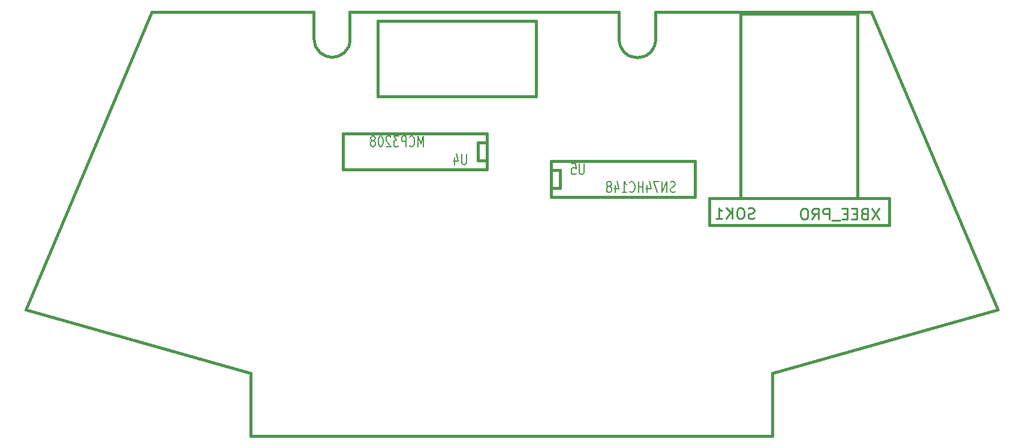
<source format=gbo>
G04 (created by PCBNEW-RS274X (20100406 SVN-R2508)-final) date 9/22/2010 8:11:36 PM*
G01*
G70*
G90*
%MOIN*%
G04 Gerber Fmt 3.4, Leading zero omitted, Abs format*
%FSLAX34Y34*%
G04 APERTURE LIST*
%ADD10C,0.006000*%
%ADD11C,0.015000*%
%ADD12C,0.010000*%
%ADD13C,0.007500*%
G04 APERTURE END LIST*
G54D10*
G54D11*
X47621Y-34111D02*
X62578Y-34111D01*
X64588Y-34111D02*
X65914Y-34111D01*
X65588Y-34110D02*
X67788Y-34110D01*
X36610Y-34110D02*
X45620Y-34110D01*
X45620Y-34110D02*
X45620Y-35610D01*
X45620Y-35610D02*
X45624Y-35697D01*
X45636Y-35783D01*
X45655Y-35868D01*
X45681Y-35952D01*
X45714Y-36032D01*
X45754Y-36109D01*
X45801Y-36183D01*
X45854Y-36252D01*
X45913Y-36317D01*
X45978Y-36376D01*
X46047Y-36429D01*
X46121Y-36476D01*
X46198Y-36516D01*
X46278Y-36549D01*
X46362Y-36575D01*
X46447Y-36594D01*
X46533Y-36606D01*
X46620Y-36610D01*
X46620Y-36610D02*
X46707Y-36606D01*
X46793Y-36594D01*
X46878Y-36575D01*
X46962Y-36549D01*
X47042Y-36516D01*
X47120Y-36476D01*
X47193Y-36429D01*
X47262Y-36376D01*
X47327Y-36317D01*
X47386Y-36252D01*
X47439Y-36183D01*
X47486Y-36109D01*
X47526Y-36032D01*
X47559Y-35952D01*
X47585Y-35868D01*
X47604Y-35783D01*
X47616Y-35697D01*
X47620Y-35610D01*
X47620Y-35610D02*
X47620Y-34110D01*
X62578Y-34110D02*
X62578Y-35610D01*
X62578Y-35630D02*
X62582Y-35717D01*
X62594Y-35803D01*
X62613Y-35888D01*
X62639Y-35972D01*
X62672Y-36052D01*
X62712Y-36129D01*
X62759Y-36203D01*
X62812Y-36272D01*
X62871Y-36337D01*
X62936Y-36396D01*
X63005Y-36449D01*
X63079Y-36496D01*
X63156Y-36536D01*
X63236Y-36569D01*
X63320Y-36595D01*
X63405Y-36614D01*
X63491Y-36626D01*
X63578Y-36630D01*
X63598Y-36630D02*
X63685Y-36626D01*
X63771Y-36614D01*
X63856Y-36595D01*
X63940Y-36569D01*
X64020Y-36536D01*
X64098Y-36496D01*
X64171Y-36449D01*
X64240Y-36396D01*
X64305Y-36337D01*
X64364Y-36272D01*
X64417Y-36203D01*
X64464Y-36129D01*
X64504Y-36052D01*
X64537Y-35972D01*
X64563Y-35888D01*
X64582Y-35803D01*
X64594Y-35717D01*
X64598Y-35630D01*
X64588Y-35629D02*
X64588Y-34129D01*
X67610Y-34110D02*
X76610Y-34110D01*
X76610Y-34110D02*
X83630Y-50690D01*
X83630Y-50690D02*
X71110Y-54210D01*
X71110Y-54210D02*
X71110Y-57710D01*
X71110Y-57710D02*
X42110Y-57710D01*
X42110Y-57710D02*
X42110Y-54210D01*
X42110Y-54210D02*
X29600Y-50690D01*
X29600Y-50690D02*
X36610Y-34110D01*
X69348Y-34215D02*
X75848Y-34215D01*
X75848Y-34215D02*
X75848Y-44465D01*
X69348Y-34215D02*
X69348Y-44465D01*
X67598Y-44465D02*
X67598Y-45965D01*
X67598Y-45965D02*
X77598Y-45965D01*
X77598Y-45965D02*
X77598Y-44465D01*
X70098Y-44465D02*
X67598Y-44465D01*
X70098Y-44465D02*
X77598Y-44465D01*
X66795Y-42415D02*
X58795Y-42415D01*
X58795Y-44415D02*
X66795Y-44415D01*
X58795Y-43915D02*
X59295Y-43915D01*
X59295Y-43915D02*
X59295Y-42915D01*
X59295Y-42915D02*
X58795Y-42915D01*
X66795Y-44415D02*
X66795Y-42415D01*
X58795Y-42415D02*
X58795Y-44415D01*
X47250Y-42870D02*
X55250Y-42870D01*
X55250Y-40870D02*
X47250Y-40870D01*
X55250Y-41370D02*
X54750Y-41370D01*
X54750Y-41370D02*
X54750Y-42370D01*
X54750Y-42370D02*
X55250Y-42370D01*
X47250Y-40870D02*
X47250Y-42870D01*
X55250Y-42870D02*
X55250Y-40870D01*
X57970Y-38823D02*
X49170Y-38823D01*
X49170Y-38823D02*
X49160Y-34623D01*
X49160Y-34623D02*
X57970Y-34623D01*
X57970Y-34623D02*
X57970Y-38823D01*
G54D12*
X70097Y-45588D02*
X70011Y-45617D01*
X69868Y-45617D01*
X69811Y-45588D01*
X69782Y-45560D01*
X69754Y-45503D01*
X69754Y-45445D01*
X69782Y-45388D01*
X69811Y-45360D01*
X69868Y-45331D01*
X69982Y-45303D01*
X70040Y-45274D01*
X70068Y-45245D01*
X70097Y-45188D01*
X70097Y-45131D01*
X70068Y-45074D01*
X70040Y-45045D01*
X69982Y-45017D01*
X69840Y-45017D01*
X69754Y-45045D01*
X69383Y-45017D02*
X69269Y-45017D01*
X69211Y-45045D01*
X69154Y-45103D01*
X69126Y-45217D01*
X69126Y-45417D01*
X69154Y-45531D01*
X69211Y-45588D01*
X69269Y-45617D01*
X69383Y-45617D01*
X69440Y-45588D01*
X69497Y-45531D01*
X69526Y-45417D01*
X69526Y-45217D01*
X69497Y-45103D01*
X69440Y-45045D01*
X69383Y-45017D01*
X68868Y-45617D02*
X68868Y-45017D01*
X68525Y-45617D02*
X68782Y-45274D01*
X68525Y-45017D02*
X68868Y-45360D01*
X67954Y-45617D02*
X68297Y-45617D01*
X68125Y-45617D02*
X68125Y-45017D01*
X68182Y-45103D01*
X68240Y-45160D01*
X68297Y-45188D01*
X77028Y-45047D02*
X76628Y-45647D01*
X76628Y-45047D02*
X77028Y-45647D01*
X76200Y-45333D02*
X76114Y-45361D01*
X76086Y-45390D01*
X76057Y-45447D01*
X76057Y-45533D01*
X76086Y-45590D01*
X76114Y-45618D01*
X76172Y-45647D01*
X76400Y-45647D01*
X76400Y-45047D01*
X76200Y-45047D01*
X76143Y-45075D01*
X76114Y-45104D01*
X76086Y-45161D01*
X76086Y-45218D01*
X76114Y-45275D01*
X76143Y-45304D01*
X76200Y-45333D01*
X76400Y-45333D01*
X75800Y-45333D02*
X75600Y-45333D01*
X75514Y-45647D02*
X75800Y-45647D01*
X75800Y-45047D01*
X75514Y-45047D01*
X75257Y-45333D02*
X75057Y-45333D01*
X74971Y-45647D02*
X75257Y-45647D01*
X75257Y-45047D01*
X74971Y-45047D01*
X74857Y-45704D02*
X74400Y-45704D01*
X74257Y-45647D02*
X74257Y-45047D01*
X74029Y-45047D01*
X73971Y-45075D01*
X73943Y-45104D01*
X73914Y-45161D01*
X73914Y-45247D01*
X73943Y-45304D01*
X73971Y-45333D01*
X74029Y-45361D01*
X74257Y-45361D01*
X73314Y-45647D02*
X73514Y-45361D01*
X73657Y-45647D02*
X73657Y-45047D01*
X73429Y-45047D01*
X73371Y-45075D01*
X73343Y-45104D01*
X73314Y-45161D01*
X73314Y-45247D01*
X73343Y-45304D01*
X73371Y-45333D01*
X73429Y-45361D01*
X73657Y-45361D01*
X72943Y-45047D02*
X72829Y-45047D01*
X72771Y-45075D01*
X72714Y-45133D01*
X72686Y-45247D01*
X72686Y-45447D01*
X72714Y-45561D01*
X72771Y-45618D01*
X72829Y-45647D01*
X72943Y-45647D01*
X73000Y-45618D01*
X73057Y-45561D01*
X73086Y-45447D01*
X73086Y-45247D01*
X73057Y-45133D01*
X73000Y-45075D01*
X72943Y-45047D01*
G54D13*
X60638Y-42558D02*
X60638Y-43044D01*
X60616Y-43101D01*
X60595Y-43129D01*
X60552Y-43158D01*
X60466Y-43158D01*
X60424Y-43129D01*
X60402Y-43101D01*
X60381Y-43044D01*
X60381Y-42558D01*
X59953Y-42558D02*
X60167Y-42558D01*
X60188Y-42844D01*
X60167Y-42815D01*
X60124Y-42786D01*
X60017Y-42786D01*
X59974Y-42815D01*
X59953Y-42844D01*
X59931Y-42901D01*
X59931Y-43044D01*
X59953Y-43101D01*
X59974Y-43129D01*
X60017Y-43158D01*
X60124Y-43158D01*
X60167Y-43129D01*
X60188Y-43101D01*
X65692Y-44129D02*
X65628Y-44158D01*
X65521Y-44158D01*
X65478Y-44129D01*
X65457Y-44101D01*
X65435Y-44044D01*
X65435Y-43986D01*
X65457Y-43929D01*
X65478Y-43901D01*
X65521Y-43872D01*
X65607Y-43844D01*
X65649Y-43815D01*
X65671Y-43786D01*
X65692Y-43729D01*
X65692Y-43672D01*
X65671Y-43615D01*
X65649Y-43586D01*
X65607Y-43558D01*
X65499Y-43558D01*
X65435Y-43586D01*
X65242Y-44158D02*
X65242Y-43558D01*
X64985Y-44158D01*
X64985Y-43558D01*
X64814Y-43558D02*
X64514Y-43558D01*
X64707Y-44158D01*
X64149Y-43758D02*
X64149Y-44158D01*
X64256Y-43529D02*
X64363Y-43958D01*
X64085Y-43958D01*
X63913Y-44158D02*
X63913Y-43558D01*
X63913Y-43844D02*
X63656Y-43844D01*
X63656Y-44158D02*
X63656Y-43558D01*
X63185Y-44101D02*
X63206Y-44129D01*
X63270Y-44158D01*
X63313Y-44158D01*
X63378Y-44129D01*
X63420Y-44072D01*
X63442Y-44015D01*
X63463Y-43901D01*
X63463Y-43815D01*
X63442Y-43701D01*
X63420Y-43644D01*
X63378Y-43586D01*
X63313Y-43558D01*
X63270Y-43558D01*
X63206Y-43586D01*
X63185Y-43615D01*
X62756Y-44158D02*
X63013Y-44158D01*
X62885Y-44158D02*
X62885Y-43558D01*
X62928Y-43644D01*
X62970Y-43701D01*
X63013Y-43729D01*
X62370Y-43758D02*
X62370Y-44158D01*
X62477Y-43529D02*
X62584Y-43958D01*
X62306Y-43958D01*
X62070Y-43815D02*
X62112Y-43786D01*
X62134Y-43758D01*
X62155Y-43701D01*
X62155Y-43672D01*
X62134Y-43615D01*
X62112Y-43586D01*
X62070Y-43558D01*
X61984Y-43558D01*
X61941Y-43586D01*
X61920Y-43615D01*
X61898Y-43672D01*
X61898Y-43701D01*
X61920Y-43758D01*
X61941Y-43786D01*
X61984Y-43815D01*
X62070Y-43815D01*
X62112Y-43844D01*
X62134Y-43872D01*
X62155Y-43929D01*
X62155Y-44044D01*
X62134Y-44101D01*
X62112Y-44129D01*
X62070Y-44158D01*
X61984Y-44158D01*
X61941Y-44129D01*
X61920Y-44101D01*
X61898Y-44044D01*
X61898Y-43929D01*
X61920Y-43872D01*
X61941Y-43844D01*
X61984Y-43815D01*
X54093Y-42013D02*
X54093Y-42499D01*
X54071Y-42556D01*
X54050Y-42584D01*
X54007Y-42613D01*
X53921Y-42613D01*
X53879Y-42584D01*
X53857Y-42556D01*
X53836Y-42499D01*
X53836Y-42013D01*
X53429Y-42213D02*
X53429Y-42613D01*
X53536Y-41984D02*
X53643Y-42413D01*
X53365Y-42413D01*
X51708Y-41613D02*
X51708Y-41013D01*
X51558Y-41441D01*
X51408Y-41013D01*
X51408Y-41613D01*
X50937Y-41556D02*
X50958Y-41584D01*
X51022Y-41613D01*
X51065Y-41613D01*
X51130Y-41584D01*
X51172Y-41527D01*
X51194Y-41470D01*
X51215Y-41356D01*
X51215Y-41270D01*
X51194Y-41156D01*
X51172Y-41099D01*
X51130Y-41041D01*
X51065Y-41013D01*
X51022Y-41013D01*
X50958Y-41041D01*
X50937Y-41070D01*
X50744Y-41613D02*
X50744Y-41013D01*
X50572Y-41013D01*
X50530Y-41041D01*
X50508Y-41070D01*
X50487Y-41127D01*
X50487Y-41213D01*
X50508Y-41270D01*
X50530Y-41299D01*
X50572Y-41327D01*
X50744Y-41327D01*
X50337Y-41013D02*
X50058Y-41013D01*
X50208Y-41241D01*
X50144Y-41241D01*
X50101Y-41270D01*
X50080Y-41299D01*
X50058Y-41356D01*
X50058Y-41499D01*
X50080Y-41556D01*
X50101Y-41584D01*
X50144Y-41613D01*
X50272Y-41613D01*
X50315Y-41584D01*
X50337Y-41556D01*
X49886Y-41070D02*
X49865Y-41041D01*
X49822Y-41013D01*
X49715Y-41013D01*
X49672Y-41041D01*
X49651Y-41070D01*
X49629Y-41127D01*
X49629Y-41184D01*
X49651Y-41270D01*
X49908Y-41613D01*
X49629Y-41613D01*
X49350Y-41013D02*
X49307Y-41013D01*
X49264Y-41041D01*
X49243Y-41070D01*
X49222Y-41127D01*
X49200Y-41241D01*
X49200Y-41384D01*
X49222Y-41499D01*
X49243Y-41556D01*
X49264Y-41584D01*
X49307Y-41613D01*
X49350Y-41613D01*
X49393Y-41584D01*
X49414Y-41556D01*
X49436Y-41499D01*
X49457Y-41384D01*
X49457Y-41241D01*
X49436Y-41127D01*
X49414Y-41070D01*
X49393Y-41041D01*
X49350Y-41013D01*
X48943Y-41270D02*
X48985Y-41241D01*
X49007Y-41213D01*
X49028Y-41156D01*
X49028Y-41127D01*
X49007Y-41070D01*
X48985Y-41041D01*
X48943Y-41013D01*
X48857Y-41013D01*
X48814Y-41041D01*
X48793Y-41070D01*
X48771Y-41127D01*
X48771Y-41156D01*
X48793Y-41213D01*
X48814Y-41241D01*
X48857Y-41270D01*
X48943Y-41270D01*
X48985Y-41299D01*
X49007Y-41327D01*
X49028Y-41384D01*
X49028Y-41499D01*
X49007Y-41556D01*
X48985Y-41584D01*
X48943Y-41613D01*
X48857Y-41613D01*
X48814Y-41584D01*
X48793Y-41556D01*
X48771Y-41499D01*
X48771Y-41384D01*
X48793Y-41327D01*
X48814Y-41299D01*
X48857Y-41270D01*
M02*

</source>
